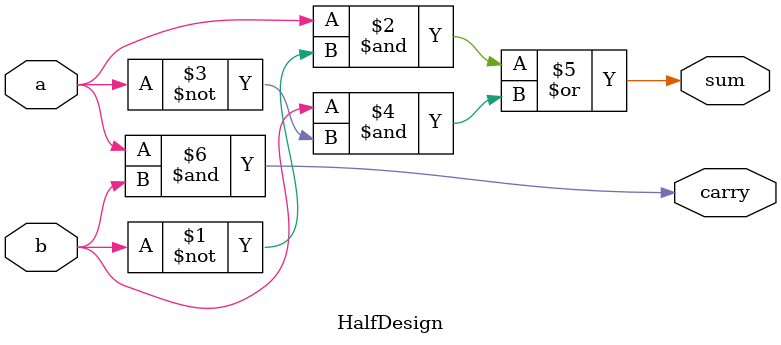
<source format=v>
module HalfDesign(
    input a,b,
    output sum, carry
    );
    
    assign sum = (a&(~b)) | (b&(~a));
    assign carry = a&b ;
    
endmodule
</source>
